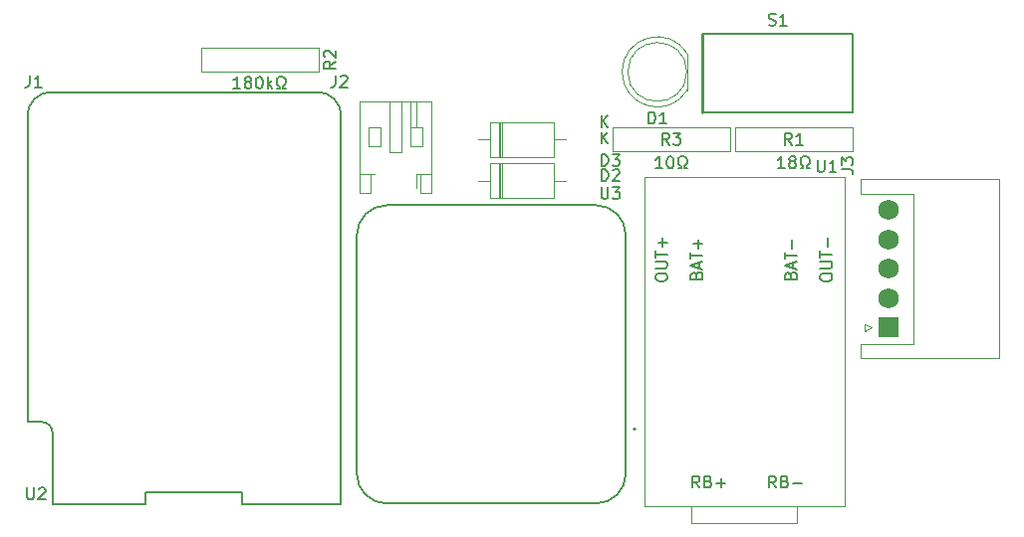
<source format=gto>
%TF.GenerationSoftware,KiCad,Pcbnew,(6.0.11)*%
%TF.CreationDate,2023-02-17T03:20:08-05:00*%
%TF.ProjectId,IMU-pcb,494d552d-7063-4622-9e6b-696361645f70,rev?*%
%TF.SameCoordinates,Original*%
%TF.FileFunction,Legend,Top*%
%TF.FilePolarity,Positive*%
%FSLAX46Y46*%
G04 Gerber Fmt 4.6, Leading zero omitted, Abs format (unit mm)*
G04 Created by KiCad (PCBNEW (6.0.11)) date 2023-02-17 03:20:08*
%MOMM*%
%LPD*%
G01*
G04 APERTURE LIST*
%ADD10C,0.150000*%
%ADD11C,0.120000*%
%ADD12C,0.127000*%
%ADD13C,0.200000*%
%ADD14C,0.230000*%
%ADD15R,1.750000X1.750000*%
%ADD16C,1.750000*%
G04 APERTURE END LIST*
D10*
%TO.C,J2*%
X136766666Y-73052380D02*
X136766666Y-73766666D01*
X136719047Y-73909523D01*
X136623809Y-74004761D01*
X136480952Y-74052380D01*
X136385714Y-74052380D01*
X137195238Y-73147619D02*
X137242857Y-73100000D01*
X137338095Y-73052380D01*
X137576190Y-73052380D01*
X137671428Y-73100000D01*
X137719047Y-73147619D01*
X137766666Y-73242857D01*
X137766666Y-73338095D01*
X137719047Y-73480952D01*
X137147619Y-74052380D01*
X137766666Y-74052380D01*
%TO.C,R3*%
X165133333Y-78952380D02*
X164800000Y-78476190D01*
X164561904Y-78952380D02*
X164561904Y-77952380D01*
X164942857Y-77952380D01*
X165038095Y-78000000D01*
X165085714Y-78047619D01*
X165133333Y-78142857D01*
X165133333Y-78285714D01*
X165085714Y-78380952D01*
X165038095Y-78428571D01*
X164942857Y-78476190D01*
X164561904Y-78476190D01*
X165466666Y-77952380D02*
X166085714Y-77952380D01*
X165752380Y-78333333D01*
X165895238Y-78333333D01*
X165990476Y-78380952D01*
X166038095Y-78428571D01*
X166085714Y-78523809D01*
X166085714Y-78761904D01*
X166038095Y-78857142D01*
X165990476Y-78904761D01*
X165895238Y-78952380D01*
X165609523Y-78952380D01*
X165514285Y-78904761D01*
X165466666Y-78857142D01*
X164538095Y-80952380D02*
X163966666Y-80952380D01*
X164252380Y-80952380D02*
X164252380Y-79952380D01*
X164157142Y-80095238D01*
X164061904Y-80190476D01*
X163966666Y-80238095D01*
X165157142Y-79952380D02*
X165252380Y-79952380D01*
X165347619Y-80000000D01*
X165395238Y-80047619D01*
X165442857Y-80142857D01*
X165490476Y-80333333D01*
X165490476Y-80571428D01*
X165442857Y-80761904D01*
X165395238Y-80857142D01*
X165347619Y-80904761D01*
X165252380Y-80952380D01*
X165157142Y-80952380D01*
X165061904Y-80904761D01*
X165014285Y-80857142D01*
X164966666Y-80761904D01*
X164919047Y-80571428D01*
X164919047Y-80333333D01*
X164966666Y-80142857D01*
X165014285Y-80047619D01*
X165061904Y-80000000D01*
X165157142Y-79952380D01*
X165871428Y-80952380D02*
X166109523Y-80952380D01*
X166109523Y-80761904D01*
X166014285Y-80714285D01*
X165919047Y-80619047D01*
X165871428Y-80476190D01*
X165871428Y-80238095D01*
X165919047Y-80095238D01*
X166014285Y-80000000D01*
X166157142Y-79952380D01*
X166347619Y-79952380D01*
X166490476Y-80000000D01*
X166585714Y-80095238D01*
X166633333Y-80238095D01*
X166633333Y-80476190D01*
X166585714Y-80619047D01*
X166490476Y-80714285D01*
X166395238Y-80761904D01*
X166395238Y-80952380D01*
X166633333Y-80952380D01*
%TO.C,R2*%
X136752380Y-71866666D02*
X136276190Y-72200000D01*
X136752380Y-72438095D02*
X135752380Y-72438095D01*
X135752380Y-72057142D01*
X135800000Y-71961904D01*
X135847619Y-71914285D01*
X135942857Y-71866666D01*
X136085714Y-71866666D01*
X136180952Y-71914285D01*
X136228571Y-71961904D01*
X136276190Y-72057142D01*
X136276190Y-72438095D01*
X135847619Y-71485714D02*
X135800000Y-71438095D01*
X135752380Y-71342857D01*
X135752380Y-71104761D01*
X135800000Y-71009523D01*
X135847619Y-70961904D01*
X135942857Y-70914285D01*
X136038095Y-70914285D01*
X136180952Y-70961904D01*
X136752380Y-71533333D01*
X136752380Y-70914285D01*
X128657142Y-74152380D02*
X128085714Y-74152380D01*
X128371428Y-74152380D02*
X128371428Y-73152380D01*
X128276190Y-73295238D01*
X128180952Y-73390476D01*
X128085714Y-73438095D01*
X129228571Y-73580952D02*
X129133333Y-73533333D01*
X129085714Y-73485714D01*
X129038095Y-73390476D01*
X129038095Y-73342857D01*
X129085714Y-73247619D01*
X129133333Y-73200000D01*
X129228571Y-73152380D01*
X129419047Y-73152380D01*
X129514285Y-73200000D01*
X129561904Y-73247619D01*
X129609523Y-73342857D01*
X129609523Y-73390476D01*
X129561904Y-73485714D01*
X129514285Y-73533333D01*
X129419047Y-73580952D01*
X129228571Y-73580952D01*
X129133333Y-73628571D01*
X129085714Y-73676190D01*
X129038095Y-73771428D01*
X129038095Y-73961904D01*
X129085714Y-74057142D01*
X129133333Y-74104761D01*
X129228571Y-74152380D01*
X129419047Y-74152380D01*
X129514285Y-74104761D01*
X129561904Y-74057142D01*
X129609523Y-73961904D01*
X129609523Y-73771428D01*
X129561904Y-73676190D01*
X129514285Y-73628571D01*
X129419047Y-73580952D01*
X130228571Y-73152380D02*
X130323809Y-73152380D01*
X130419047Y-73200000D01*
X130466666Y-73247619D01*
X130514285Y-73342857D01*
X130561904Y-73533333D01*
X130561904Y-73771428D01*
X130514285Y-73961904D01*
X130466666Y-74057142D01*
X130419047Y-74104761D01*
X130323809Y-74152380D01*
X130228571Y-74152380D01*
X130133333Y-74104761D01*
X130085714Y-74057142D01*
X130038095Y-73961904D01*
X129990476Y-73771428D01*
X129990476Y-73533333D01*
X130038095Y-73342857D01*
X130085714Y-73247619D01*
X130133333Y-73200000D01*
X130228571Y-73152380D01*
X130990476Y-74152380D02*
X130990476Y-73152380D01*
X131085714Y-73771428D02*
X131371428Y-74152380D01*
X131371428Y-73485714D02*
X130990476Y-73866666D01*
X131752380Y-74152380D02*
X131990476Y-74152380D01*
X131990476Y-73961904D01*
X131895238Y-73914285D01*
X131800000Y-73819047D01*
X131752380Y-73676190D01*
X131752380Y-73438095D01*
X131800000Y-73295238D01*
X131895238Y-73200000D01*
X132038095Y-73152380D01*
X132228571Y-73152380D01*
X132371428Y-73200000D01*
X132466666Y-73295238D01*
X132514285Y-73438095D01*
X132514285Y-73676190D01*
X132466666Y-73819047D01*
X132371428Y-73914285D01*
X132276190Y-73961904D01*
X132276190Y-74152380D01*
X132514285Y-74152380D01*
%TO.C,U2*%
X110538095Y-108152380D02*
X110538095Y-108961904D01*
X110585714Y-109057142D01*
X110633333Y-109104761D01*
X110728571Y-109152380D01*
X110919047Y-109152380D01*
X111014285Y-109104761D01*
X111061904Y-109057142D01*
X111109523Y-108961904D01*
X111109523Y-108152380D01*
X111538095Y-108247619D02*
X111585714Y-108200000D01*
X111680952Y-108152380D01*
X111919047Y-108152380D01*
X112014285Y-108200000D01*
X112061904Y-108247619D01*
X112109523Y-108342857D01*
X112109523Y-108438095D01*
X112061904Y-108580952D01*
X111490476Y-109152380D01*
X112109523Y-109152380D01*
%TO.C,R1*%
X175533333Y-78952380D02*
X175200000Y-78476190D01*
X174961904Y-78952380D02*
X174961904Y-77952380D01*
X175342857Y-77952380D01*
X175438095Y-78000000D01*
X175485714Y-78047619D01*
X175533333Y-78142857D01*
X175533333Y-78285714D01*
X175485714Y-78380952D01*
X175438095Y-78428571D01*
X175342857Y-78476190D01*
X174961904Y-78476190D01*
X176485714Y-78952380D02*
X175914285Y-78952380D01*
X176200000Y-78952380D02*
X176200000Y-77952380D01*
X176104761Y-78095238D01*
X176009523Y-78190476D01*
X175914285Y-78238095D01*
X174938095Y-80952380D02*
X174366666Y-80952380D01*
X174652380Y-80952380D02*
X174652380Y-79952380D01*
X174557142Y-80095238D01*
X174461904Y-80190476D01*
X174366666Y-80238095D01*
X175509523Y-80380952D02*
X175414285Y-80333333D01*
X175366666Y-80285714D01*
X175319047Y-80190476D01*
X175319047Y-80142857D01*
X175366666Y-80047619D01*
X175414285Y-80000000D01*
X175509523Y-79952380D01*
X175700000Y-79952380D01*
X175795238Y-80000000D01*
X175842857Y-80047619D01*
X175890476Y-80142857D01*
X175890476Y-80190476D01*
X175842857Y-80285714D01*
X175795238Y-80333333D01*
X175700000Y-80380952D01*
X175509523Y-80380952D01*
X175414285Y-80428571D01*
X175366666Y-80476190D01*
X175319047Y-80571428D01*
X175319047Y-80761904D01*
X175366666Y-80857142D01*
X175414285Y-80904761D01*
X175509523Y-80952380D01*
X175700000Y-80952380D01*
X175795238Y-80904761D01*
X175842857Y-80857142D01*
X175890476Y-80761904D01*
X175890476Y-80571428D01*
X175842857Y-80476190D01*
X175795238Y-80428571D01*
X175700000Y-80380952D01*
X176271428Y-80952380D02*
X176509523Y-80952380D01*
X176509523Y-80761904D01*
X176414285Y-80714285D01*
X176319047Y-80619047D01*
X176271428Y-80476190D01*
X176271428Y-80238095D01*
X176319047Y-80095238D01*
X176414285Y-80000000D01*
X176557142Y-79952380D01*
X176747619Y-79952380D01*
X176890476Y-80000000D01*
X176985714Y-80095238D01*
X177033333Y-80238095D01*
X177033333Y-80476190D01*
X176985714Y-80619047D01*
X176890476Y-80714285D01*
X176795238Y-80761904D01*
X176795238Y-80952380D01*
X177033333Y-80952380D01*
%TO.C,U3*%
X159338095Y-82552380D02*
X159338095Y-83361904D01*
X159385714Y-83457142D01*
X159433333Y-83504761D01*
X159528571Y-83552380D01*
X159719047Y-83552380D01*
X159814285Y-83504761D01*
X159861904Y-83457142D01*
X159909523Y-83361904D01*
X159909523Y-82552380D01*
X160290476Y-82552380D02*
X160909523Y-82552380D01*
X160576190Y-82933333D01*
X160719047Y-82933333D01*
X160814285Y-82980952D01*
X160861904Y-83028571D01*
X160909523Y-83123809D01*
X160909523Y-83361904D01*
X160861904Y-83457142D01*
X160814285Y-83504761D01*
X160719047Y-83552380D01*
X160433333Y-83552380D01*
X160338095Y-83504761D01*
X160290476Y-83457142D01*
%TO.C,J1*%
X110766666Y-73052380D02*
X110766666Y-73766666D01*
X110719047Y-73909523D01*
X110623809Y-74004761D01*
X110480952Y-74052380D01*
X110385714Y-74052380D01*
X111766666Y-74052380D02*
X111195238Y-74052380D01*
X111480952Y-74052380D02*
X111480952Y-73052380D01*
X111385714Y-73195238D01*
X111290476Y-73290476D01*
X111195238Y-73338095D01*
%TO.C,S1*%
X173588095Y-68754761D02*
X173730952Y-68802380D01*
X173969047Y-68802380D01*
X174064285Y-68754761D01*
X174111904Y-68707142D01*
X174159523Y-68611904D01*
X174159523Y-68516666D01*
X174111904Y-68421428D01*
X174064285Y-68373809D01*
X173969047Y-68326190D01*
X173778571Y-68278571D01*
X173683333Y-68230952D01*
X173635714Y-68183333D01*
X173588095Y-68088095D01*
X173588095Y-67992857D01*
X173635714Y-67897619D01*
X173683333Y-67850000D01*
X173778571Y-67802380D01*
X174016666Y-67802380D01*
X174159523Y-67850000D01*
X175111904Y-68802380D02*
X174540476Y-68802380D01*
X174826190Y-68802380D02*
X174826190Y-67802380D01*
X174730952Y-67945238D01*
X174635714Y-68040476D01*
X174540476Y-68088095D01*
%TO.C,J3*%
X179752380Y-81033333D02*
X180466666Y-81033333D01*
X180609523Y-81080952D01*
X180704761Y-81176190D01*
X180752380Y-81319047D01*
X180752380Y-81414285D01*
X179752380Y-80652380D02*
X179752380Y-80033333D01*
X180133333Y-80366666D01*
X180133333Y-80223809D01*
X180180952Y-80128571D01*
X180228571Y-80080952D01*
X180323809Y-80033333D01*
X180561904Y-80033333D01*
X180657142Y-80080952D01*
X180704761Y-80128571D01*
X180752380Y-80223809D01*
X180752380Y-80509523D01*
X180704761Y-80604761D01*
X180657142Y-80652380D01*
%TO.C,D3*%
X159361904Y-80752380D02*
X159361904Y-79752380D01*
X159600000Y-79752380D01*
X159742857Y-79800000D01*
X159838095Y-79895238D01*
X159885714Y-79990476D01*
X159933333Y-80180952D01*
X159933333Y-80323809D01*
X159885714Y-80514285D01*
X159838095Y-80609523D01*
X159742857Y-80704761D01*
X159600000Y-80752380D01*
X159361904Y-80752380D01*
X160266666Y-79752380D02*
X160885714Y-79752380D01*
X160552380Y-80133333D01*
X160695238Y-80133333D01*
X160790476Y-80180952D01*
X160838095Y-80228571D01*
X160885714Y-80323809D01*
X160885714Y-80561904D01*
X160838095Y-80657142D01*
X160790476Y-80704761D01*
X160695238Y-80752380D01*
X160409523Y-80752380D01*
X160314285Y-80704761D01*
X160266666Y-80657142D01*
X159338095Y-77452380D02*
X159338095Y-76452380D01*
X159909523Y-77452380D02*
X159480952Y-76880952D01*
X159909523Y-76452380D02*
X159338095Y-77023809D01*
%TO.C,D1*%
X163366904Y-77162380D02*
X163366904Y-76162380D01*
X163605000Y-76162380D01*
X163747857Y-76210000D01*
X163843095Y-76305238D01*
X163890714Y-76400476D01*
X163938333Y-76590952D01*
X163938333Y-76733809D01*
X163890714Y-76924285D01*
X163843095Y-77019523D01*
X163747857Y-77114761D01*
X163605000Y-77162380D01*
X163366904Y-77162380D01*
X164890714Y-77162380D02*
X164319285Y-77162380D01*
X164605000Y-77162380D02*
X164605000Y-76162380D01*
X164509761Y-76305238D01*
X164414523Y-76400476D01*
X164319285Y-76448095D01*
%TO.C,U1*%
X177738095Y-80252380D02*
X177738095Y-81061904D01*
X177785714Y-81157142D01*
X177833333Y-81204761D01*
X177928571Y-81252380D01*
X178119047Y-81252380D01*
X178214285Y-81204761D01*
X178261904Y-81157142D01*
X178309523Y-81061904D01*
X178309523Y-80252380D01*
X179309523Y-81252380D02*
X178738095Y-81252380D01*
X179023809Y-81252380D02*
X179023809Y-80252380D01*
X178928571Y-80395238D01*
X178833333Y-80490476D01*
X178738095Y-80538095D01*
X175428571Y-90057142D02*
X175476190Y-89914285D01*
X175523809Y-89866666D01*
X175619047Y-89819047D01*
X175761904Y-89819047D01*
X175857142Y-89866666D01*
X175904761Y-89914285D01*
X175952380Y-90009523D01*
X175952380Y-90390476D01*
X174952380Y-90390476D01*
X174952380Y-90057142D01*
X175000000Y-89961904D01*
X175047619Y-89914285D01*
X175142857Y-89866666D01*
X175238095Y-89866666D01*
X175333333Y-89914285D01*
X175380952Y-89961904D01*
X175428571Y-90057142D01*
X175428571Y-90390476D01*
X175666666Y-89438095D02*
X175666666Y-88961904D01*
X175952380Y-89533333D02*
X174952380Y-89200000D01*
X175952380Y-88866666D01*
X174952380Y-88676190D02*
X174952380Y-88104761D01*
X175952380Y-88390476D02*
X174952380Y-88390476D01*
X175571428Y-87771428D02*
X175571428Y-87009523D01*
X167690476Y-108152380D02*
X167357142Y-107676190D01*
X167119047Y-108152380D02*
X167119047Y-107152380D01*
X167500000Y-107152380D01*
X167595238Y-107200000D01*
X167642857Y-107247619D01*
X167690476Y-107342857D01*
X167690476Y-107485714D01*
X167642857Y-107580952D01*
X167595238Y-107628571D01*
X167500000Y-107676190D01*
X167119047Y-107676190D01*
X168452380Y-107628571D02*
X168595238Y-107676190D01*
X168642857Y-107723809D01*
X168690476Y-107819047D01*
X168690476Y-107961904D01*
X168642857Y-108057142D01*
X168595238Y-108104761D01*
X168500000Y-108152380D01*
X168119047Y-108152380D01*
X168119047Y-107152380D01*
X168452380Y-107152380D01*
X168547619Y-107200000D01*
X168595238Y-107247619D01*
X168642857Y-107342857D01*
X168642857Y-107438095D01*
X168595238Y-107533333D01*
X168547619Y-107580952D01*
X168452380Y-107628571D01*
X168119047Y-107628571D01*
X169119047Y-107771428D02*
X169880952Y-107771428D01*
X169500000Y-108152380D02*
X169500000Y-107390476D01*
X163952380Y-90319047D02*
X163952380Y-90128571D01*
X164000000Y-90033333D01*
X164095238Y-89938095D01*
X164285714Y-89890476D01*
X164619047Y-89890476D01*
X164809523Y-89938095D01*
X164904761Y-90033333D01*
X164952380Y-90128571D01*
X164952380Y-90319047D01*
X164904761Y-90414285D01*
X164809523Y-90509523D01*
X164619047Y-90557142D01*
X164285714Y-90557142D01*
X164095238Y-90509523D01*
X164000000Y-90414285D01*
X163952380Y-90319047D01*
X163952380Y-89461904D02*
X164761904Y-89461904D01*
X164857142Y-89414285D01*
X164904761Y-89366666D01*
X164952380Y-89271428D01*
X164952380Y-89080952D01*
X164904761Y-88985714D01*
X164857142Y-88938095D01*
X164761904Y-88890476D01*
X163952380Y-88890476D01*
X163952380Y-88557142D02*
X163952380Y-87985714D01*
X164952380Y-88271428D02*
X163952380Y-88271428D01*
X164571428Y-87652380D02*
X164571428Y-86890476D01*
X164952380Y-87271428D02*
X164190476Y-87271428D01*
X167428571Y-90057142D02*
X167476190Y-89914285D01*
X167523809Y-89866666D01*
X167619047Y-89819047D01*
X167761904Y-89819047D01*
X167857142Y-89866666D01*
X167904761Y-89914285D01*
X167952380Y-90009523D01*
X167952380Y-90390476D01*
X166952380Y-90390476D01*
X166952380Y-90057142D01*
X167000000Y-89961904D01*
X167047619Y-89914285D01*
X167142857Y-89866666D01*
X167238095Y-89866666D01*
X167333333Y-89914285D01*
X167380952Y-89961904D01*
X167428571Y-90057142D01*
X167428571Y-90390476D01*
X167666666Y-89438095D02*
X167666666Y-88961904D01*
X167952380Y-89533333D02*
X166952380Y-89200000D01*
X167952380Y-88866666D01*
X166952380Y-88676190D02*
X166952380Y-88104761D01*
X167952380Y-88390476D02*
X166952380Y-88390476D01*
X167571428Y-87771428D02*
X167571428Y-87009523D01*
X167952380Y-87390476D02*
X167190476Y-87390476D01*
X174190476Y-108152380D02*
X173857142Y-107676190D01*
X173619047Y-108152380D02*
X173619047Y-107152380D01*
X174000000Y-107152380D01*
X174095238Y-107200000D01*
X174142857Y-107247619D01*
X174190476Y-107342857D01*
X174190476Y-107485714D01*
X174142857Y-107580952D01*
X174095238Y-107628571D01*
X174000000Y-107676190D01*
X173619047Y-107676190D01*
X174952380Y-107628571D02*
X175095238Y-107676190D01*
X175142857Y-107723809D01*
X175190476Y-107819047D01*
X175190476Y-107961904D01*
X175142857Y-108057142D01*
X175095238Y-108104761D01*
X175000000Y-108152380D01*
X174619047Y-108152380D01*
X174619047Y-107152380D01*
X174952380Y-107152380D01*
X175047619Y-107200000D01*
X175095238Y-107247619D01*
X175142857Y-107342857D01*
X175142857Y-107438095D01*
X175095238Y-107533333D01*
X175047619Y-107580952D01*
X174952380Y-107628571D01*
X174619047Y-107628571D01*
X175619047Y-107771428D02*
X176380952Y-107771428D01*
X177952380Y-90319047D02*
X177952380Y-90128571D01*
X178000000Y-90033333D01*
X178095238Y-89938095D01*
X178285714Y-89890476D01*
X178619047Y-89890476D01*
X178809523Y-89938095D01*
X178904761Y-90033333D01*
X178952380Y-90128571D01*
X178952380Y-90319047D01*
X178904761Y-90414285D01*
X178809523Y-90509523D01*
X178619047Y-90557142D01*
X178285714Y-90557142D01*
X178095238Y-90509523D01*
X178000000Y-90414285D01*
X177952380Y-90319047D01*
X177952380Y-89461904D02*
X178761904Y-89461904D01*
X178857142Y-89414285D01*
X178904761Y-89366666D01*
X178952380Y-89271428D01*
X178952380Y-89080952D01*
X178904761Y-88985714D01*
X178857142Y-88938095D01*
X178761904Y-88890476D01*
X177952380Y-88890476D01*
X177952380Y-88557142D02*
X177952380Y-87985714D01*
X178952380Y-88271428D02*
X177952380Y-88271428D01*
X178571428Y-87652380D02*
X178571428Y-86890476D01*
%TO.C,D2*%
X159361904Y-82052380D02*
X159361904Y-81052380D01*
X159600000Y-81052380D01*
X159742857Y-81100000D01*
X159838095Y-81195238D01*
X159885714Y-81290476D01*
X159933333Y-81480952D01*
X159933333Y-81623809D01*
X159885714Y-81814285D01*
X159838095Y-81909523D01*
X159742857Y-82004761D01*
X159600000Y-82052380D01*
X159361904Y-82052380D01*
X160314285Y-81147619D02*
X160361904Y-81100000D01*
X160457142Y-81052380D01*
X160695238Y-81052380D01*
X160790476Y-81100000D01*
X160838095Y-81147619D01*
X160885714Y-81242857D01*
X160885714Y-81338095D01*
X160838095Y-81480952D01*
X160266666Y-82052380D01*
X160885714Y-82052380D01*
X159338095Y-78852380D02*
X159338095Y-77852380D01*
X159909523Y-78852380D02*
X159480952Y-78280952D01*
X159909523Y-77852380D02*
X159338095Y-78423809D01*
D11*
%TO.C,J2*%
X142350000Y-79600000D02*
X141350000Y-79600000D01*
X144900000Y-75250000D02*
X138800000Y-75250000D01*
X138800000Y-75250000D02*
X138800000Y-83050000D01*
X140550000Y-79100000D02*
X139550000Y-79100000D01*
X144000000Y-83050000D02*
X144900000Y-83050000D01*
X144900000Y-83050000D02*
X144900000Y-75250000D01*
X143150000Y-77500000D02*
X143150000Y-79100000D01*
X139700000Y-83050000D02*
X139700000Y-81450000D01*
X144150000Y-79100000D02*
X144150000Y-77500000D01*
X144150000Y-77500000D02*
X143150000Y-77500000D01*
X143650000Y-81450000D02*
X144000000Y-81450000D01*
X144000000Y-81450000D02*
X144000000Y-83050000D01*
X139550000Y-79100000D02*
X139550000Y-77500000D01*
X140550000Y-77500000D02*
X140550000Y-79100000D01*
X139550000Y-77500000D02*
X140550000Y-77500000D01*
X144900000Y-81450000D02*
X144000000Y-81450000D01*
X142350000Y-75250000D02*
X142350000Y-79600000D01*
X138800000Y-81450000D02*
X139700000Y-81450000D01*
X143150000Y-77500000D02*
X143150000Y-75250000D01*
X141350000Y-79600000D02*
X141350000Y-75250000D01*
X143650000Y-77500000D02*
X143650000Y-75250000D01*
X139700000Y-81450000D02*
X140050000Y-81450000D01*
X143150000Y-79100000D02*
X144150000Y-79100000D01*
X138800000Y-83050000D02*
X139700000Y-83050000D01*
X143650000Y-81450000D02*
X143650000Y-82650000D01*
%TO.C,R3*%
X170300000Y-79500000D02*
X160300000Y-79500000D01*
X160300000Y-77500000D02*
X170300000Y-77500000D01*
X170300000Y-77500000D02*
X170300000Y-79500000D01*
X160300000Y-79500000D02*
X160300000Y-77500000D01*
%TO.C,R2*%
X125300000Y-70700000D02*
X135300000Y-70700000D01*
X125300000Y-72700000D02*
X125300000Y-70700000D01*
X135300000Y-70700000D02*
X135300000Y-72700000D01*
X135300000Y-72700000D02*
X125300000Y-72700000D01*
D10*
%TO.C,U2*%
X128801012Y-108541012D02*
X128801012Y-109541012D01*
X120581012Y-108541012D02*
X128801012Y-108541012D01*
X137231012Y-109541012D02*
X137231012Y-76461012D01*
X110571012Y-76461012D02*
X110571012Y-102541012D01*
X135231012Y-74461012D02*
X112571012Y-74461012D01*
X110571012Y-102541012D02*
X110571012Y-102541012D01*
X128801012Y-109541012D02*
X137231011Y-109541012D01*
X112721012Y-109541012D02*
X112721012Y-103541012D01*
X111731012Y-102541012D02*
X110571012Y-102541012D01*
X120581012Y-109541012D02*
X120581012Y-108541012D01*
X112721012Y-109541012D02*
X120581012Y-109541012D01*
X112571012Y-74461012D02*
G75*
G03*
X110571012Y-76461012I0J-2000000D01*
G01*
X112721012Y-103541012D02*
G75*
G03*
X111721012Y-102541012I-999999J1D01*
G01*
X137231012Y-76461012D02*
G75*
G03*
X135231012Y-74461012I-2000000J0D01*
G01*
D11*
%TO.C,R1*%
X180700000Y-79500000D02*
X170700000Y-79500000D01*
X170700000Y-79500000D02*
X170700000Y-77500000D01*
X170700000Y-77500000D02*
X180700000Y-77500000D01*
X180700000Y-77500000D02*
X180700000Y-79500000D01*
D12*
%TO.C,U3*%
X161430000Y-106960000D02*
X161430000Y-86640000D01*
X138570000Y-86640000D02*
X138570000Y-106960000D01*
X141110000Y-109500000D02*
X158890000Y-109500000D01*
X158890000Y-84100000D02*
X141110000Y-84100000D01*
X158890000Y-109500000D02*
G75*
G03*
X161430000Y-106960000I-1J2540001D01*
G01*
X161430000Y-86640000D02*
G75*
G03*
X158890000Y-84100000I-2540000J0D01*
G01*
X138570000Y-106960000D02*
G75*
G03*
X141110000Y-109500000I2540001J1D01*
G01*
X141110000Y-84100000D02*
G75*
G03*
X138570000Y-86640000I0J-2540000D01*
G01*
D13*
X162280000Y-103150000D02*
G75*
G03*
X162280000Y-103150000I-100000J0D01*
G01*
D14*
%TO.C,S1*%
X167950000Y-69500000D02*
X167950000Y-76200000D01*
D13*
X180750000Y-76200000D02*
X180750000Y-69500000D01*
X167950000Y-76200000D02*
X180750000Y-76200000D01*
X180750000Y-69500000D02*
X167950000Y-69500000D01*
D11*
%TO.C,J3*%
X181700000Y-94800000D02*
X181700000Y-94200000D01*
X193150000Y-89500000D02*
X193150000Y-81900000D01*
X181350000Y-81900000D02*
X181350000Y-83100000D01*
X193150000Y-89500000D02*
X193150000Y-97100000D01*
X182300000Y-94500000D02*
X181700000Y-94800000D01*
X193150000Y-97100000D02*
X181350000Y-97100000D01*
X181350000Y-83100000D02*
X185850000Y-83100000D01*
X185850000Y-95900000D02*
X185850000Y-89500000D01*
X181350000Y-97100000D02*
X181350000Y-95900000D01*
X181700000Y-94200000D02*
X182300000Y-94500000D01*
X193150000Y-81900000D02*
X181350000Y-81900000D01*
X181350000Y-95900000D02*
X185850000Y-95900000D01*
X185850000Y-83100000D02*
X185850000Y-89500000D01*
%TO.C,D3*%
X155320000Y-79970000D02*
X155320000Y-77030000D01*
X150900000Y-77030000D02*
X150900000Y-79970000D01*
X148860000Y-78500000D02*
X149880000Y-78500000D01*
X150780000Y-77030000D02*
X150780000Y-79970000D01*
X149880000Y-77030000D02*
X149880000Y-79970000D01*
X150660000Y-77030000D02*
X150660000Y-79970000D01*
X149880000Y-79970000D02*
X155320000Y-79970000D01*
X156340000Y-78500000D02*
X155320000Y-78500000D01*
X155320000Y-77030000D02*
X149880000Y-77030000D01*
%TO.C,D1*%
X166665000Y-74295000D02*
X166665000Y-71205000D01*
X161115000Y-72749538D02*
G75*
G03*
X166665000Y-74294830I2990000J-462D01*
G01*
X166665000Y-71205170D02*
G75*
G03*
X161115000Y-72750462I-2560000J-1544830D01*
G01*
X166605000Y-72750000D02*
G75*
G03*
X166605000Y-72750000I-2500000J0D01*
G01*
%TO.C,U1*%
X163000000Y-109700000D02*
X163000000Y-81700000D01*
X176000000Y-109700000D02*
X176000000Y-111200000D01*
X176000000Y-111200000D02*
X167000000Y-111200000D01*
X167000000Y-111200000D02*
X167000000Y-109700000D01*
X163000000Y-81700000D02*
X180000000Y-81700000D01*
X180000000Y-81700000D02*
X180000000Y-109700000D01*
X180000000Y-109700000D02*
X163000000Y-109700000D01*
%TO.C,D2*%
X149880000Y-83470000D02*
X155320000Y-83470000D01*
X155320000Y-83470000D02*
X155320000Y-80530000D01*
X149880000Y-80530000D02*
X149880000Y-83470000D01*
X148860000Y-82000000D02*
X149880000Y-82000000D01*
X150780000Y-80530000D02*
X150780000Y-83470000D01*
X155320000Y-80530000D02*
X149880000Y-80530000D01*
X150660000Y-80530000D02*
X150660000Y-83470000D01*
X156340000Y-82000000D02*
X155320000Y-82000000D01*
X150900000Y-80530000D02*
X150900000Y-83470000D01*
%TD*%
D15*
%TO.C,J3*%
X183800000Y-94500000D03*
D16*
X183800000Y-92000000D03*
X183800000Y-89500000D03*
X183800000Y-87000000D03*
X183800000Y-84500000D03*
%TD*%
M02*

</source>
